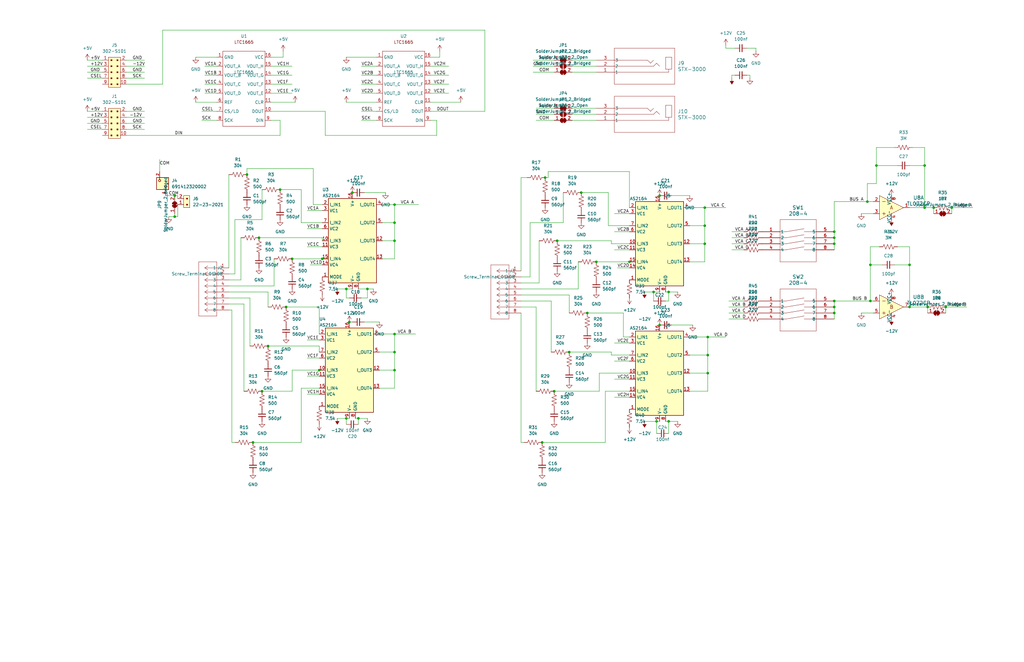
<source format=kicad_sch>
(kicad_sch (version 20230121) (generator eeschema)
  (paper "USLedger")
  (title_block (title "fluxharmonium  - ensemble") (date "2024-04-14") (rev "06") (company "foxglove instruments"))
  (junction (at 134.62 156.21))
  (junction (at 398.78 129.54))
  (junction (at 265.43 110.49))
  (junction (at 234.95 101.6))
  (junction (at 351.79 102.87))
  (junction (at 351.79 129.54))
  (junction (at 389.89 87.63))
  (junction (at 113.03 146.05))
  (junction (at 245.11 81.28))
  (junction (at 383.54 111.76))
  (junction (at 166.37 101.6))
  (junction (at 118.11 80.01))
  (junction (at 297.18 95.25))
  (junction (at 135.89 109.22))
  (junction (at 281.94 123.19))
  (junction (at 104.14 73.66))
  (junction (at 389.89 69.85))
  (junction (at 233.68 165.1))
  (junction (at 166.37 86.36))
  (junction (at 110.49 165.1))
  (junction (at 351.79 127))
  (junction (at 154.94 121.92))
  (junction (at 278.13 82.55))
  (junction (at 278.13 137.16))
  (junction (at 166.37 140.97))
  (junction (at 146.05 176.53))
  (junction (at 401.32 87.63))
  (junction (at 166.37 156.21))
  (junction (at 393.7 87.63))
  (junction (at 228.6 186.69))
  (junction (at 367.03 127))
  (junction (at 147.32 135.89))
  (junction (at 351.79 100.33))
  (junction (at 275.59 123.19))
  (junction (at 123.19 109.22))
  (junction (at 365.76 85.09))
  (junction (at 106.68 186.69))
  (junction (at 151.13 176.53))
  (junction (at 367.03 111.76))
  (junction (at 351.79 132.08))
  (junction (at 166.37 93.98))
  (junction (at 297.18 102.87))
  (junction (at 240.03 148.59))
  (junction (at 281.94 177.8))
  (junction (at 146.05 121.92))
  (junction (at 120.65 129.54))
  (junction (at 166.37 148.59))
  (junction (at 298.45 157.48))
  (junction (at 391.16 129.54))
  (junction (at 73.66 82.55))
  (junction (at 251.46 110.49))
  (junction (at 369.57 69.85))
  (junction (at 383.54 129.54))
  (junction (at 276.86 177.8))
  (junction (at 298.45 142.24))
  (junction (at 229.87 74.93))
  (junction (at 148.59 81.28))
  (junction (at 351.79 97.79))
  (junction (at 109.22 100.33))
  (junction (at 297.18 87.63))
  (junction (at 247.65 132.08))
  (junction (at 73.66 91.44))
  (junction (at 298.45 149.86))
  (wire (pts (xy 36.83 27.94) (xy 43.18 27.94)))
  (wire (pts (xy 166.37 93.98) (xy 166.37 86.36)))
  (wire (pts (xy 227.33 119.38) (xy 219.71 119.38)))
  (wire (pts (xy 298.45 142.24) (xy 306.07 142.24)))
  (wire (pts (xy 241.3 30.48) (xy 251.46 30.48)))
  (wire (pts (xy 275.59 123.19) (xy 278.13 123.19)))
  (wire (pts (xy 132.08 71.12) (xy 132.08 86.36)))
  (wire (pts (xy 184.15 50.8) (xy 181.61 50.8)))
  (wire (pts (xy 129.54 96.52) (xy 135.89 96.52)))
  (wire (pts (xy 224.79 25.4) (xy 233.68 25.4)))
  (wire (pts (xy 306.07 19.05) (xy 306.07 20.32)))
  (wire (pts (xy 53.34 57.15) (xy 118.11 57.15)))
  (wire (pts (xy 96.52 128.27) (xy 102.87 128.27)))
  (wire (pts (xy 85.09 46.99) (xy 91.44 46.99)))
  (wire (pts (xy 129.54 104.14) (xy 135.89 104.14)))
  (wire (pts (xy 307.34 134.62) (xy 313.69 134.62)))
  (wire (pts (xy 97.79 130.81) (xy 97.79 186.69)))
  (wire (pts (xy 146.05 125.73) (xy 146.05 121.92)))
  (wire (pts (xy 276.86 177.8) (xy 278.13 177.8)))
  (wire (pts (xy 219.71 124.46) (xy 240.03 124.46)))
  (wire (pts (xy 240.03 148.59) (xy 257.81 148.59)))
  (wire (pts (xy 308.61 105.41) (xy 313.69 105.41)))
  (wire (pts (xy 161.29 109.22) (xy 166.37 109.22)))
  (wire (pts (xy 53.34 54.61) (xy 60.96 54.61)))
  (wire (pts (xy 67.31 67.31) (xy 67.31 72.39)))
  (wire (pts (xy 53.34 30.48) (xy 60.96 30.48)))
  (wire (pts (xy 53.34 33.02) (xy 60.96 33.02)))
  (wire (pts (xy 96.52 73.66) (xy 96.52 113.03)))
  (wire (pts (xy 257.81 149.86) (xy 265.43 149.86)))
  (wire (pts (xy 351.79 105.41) (xy 351.79 102.87)))
  (wire (pts (xy 255.27 165.1) (xy 255.27 186.69)))
  (wire (pts (xy 151.13 179.07) (xy 151.13 176.53)))
  (wire (pts (xy 166.37 156.21) (xy 166.37 148.59)))
  (wire (pts (xy 367.03 104.14) (xy 367.03 111.76)))
  (wire (pts (xy 401.32 87.63) (xy 410.21 87.63)))
  (wire (pts (xy 53.34 35.56) (xy 68.58 35.56)))
  (wire (pts (xy 123.19 156.21) (xy 134.62 156.21)))
  (wire (pts (xy 157.48 121.92) (xy 154.94 121.92)))
  (wire (pts (xy 265.43 72.39) (xy 265.43 87.63)))
  (wire (pts (xy 219.71 114.3) (xy 219.71 74.93)))
  (wire (pts (xy 53.34 25.4) (xy 60.96 25.4)))
  (wire (pts (xy 265.43 102.87) (xy 257.81 102.87)))
  (wire (pts (xy 297.18 87.63) (xy 306.07 87.63)))
  (wire (pts (xy 351.79 127) (xy 367.03 127)))
  (wire (pts (xy 231.14 72.39) (xy 265.43 72.39)))
  (wire (pts (xy 160.02 140.97) (xy 166.37 140.97)))
  (wire (pts (xy 252.73 157.48) (xy 265.43 157.48)))
  (wire (pts (xy 82.55 43.18) (xy 91.44 43.18)))
  (wire (pts (xy 204.47 46.99) (xy 204.47 12.7)))
  (wire (pts (xy 298.45 157.48) (xy 298.45 149.86)))
  (wire (pts (xy 152.4 46.99) (xy 158.75 46.99)))
  (wire (pts (xy 308.61 100.33) (xy 313.69 100.33)))
  (wire (pts (xy 271.78 123.19) (xy 275.59 123.19)))
  (wire (pts (xy 105.41 125.73) (xy 105.41 146.05)))
  (wire (pts (xy 137.16 46.99) (xy 137.16 57.15)))
  (wire (pts (xy 233.68 165.1) (xy 252.73 165.1)))
  (wire (pts (xy 85.09 50.8) (xy 91.44 50.8)))
  (wire (pts (xy 226.06 129.54) (xy 226.06 165.1)))
  (wire (pts (xy 259.08 160.02) (xy 265.43 160.02)))
  (wire (pts (xy 152.4 31.75) (xy 158.75 31.75)))
  (wire (pts (xy 219.71 121.92) (xy 243.84 121.92)))
  (wire (pts (xy 114.3 31.75) (xy 123.19 31.75)))
  (wire (pts (xy 224.79 27.94) (xy 233.68 27.94)))
  (wire (pts (xy 114.3 39.37) (xy 123.19 39.37)))
  (wire (pts (xy 219.71 186.69) (xy 220.98 186.69)))
  (wire (pts (xy 181.61 27.94) (xy 189.23 27.94)))
  (wire (pts (xy 120.65 129.54) (xy 134.62 129.54)))
  (wire (pts (xy 134.62 129.54) (xy 134.62 140.97)))
  (wire (pts (xy 384.81 62.23) (xy 389.89 62.23)))
  (wire (pts (xy 228.6 186.69) (xy 255.27 186.69)))
  (wire (pts (xy 99.06 115.57) (xy 99.06 92.71)))
  (wire (pts (xy 114.3 24.13) (xy 119.38 24.13)))
  (wire (pts (xy 276.86 177.8) (xy 276.86 182.88)))
  (wire (pts (xy 146.05 43.18) (xy 158.75 43.18)))
  (wire (pts (xy 226.06 48.26) (xy 233.68 48.26)))
  (wire (pts (xy 109.22 100.33) (xy 135.89 100.33)))
  (wire (pts (xy 318.77 20.32) (xy 318.77 21.59)))
  (wire (pts (xy 148.59 135.89) (xy 147.32 135.89)))
  (wire (pts (xy 142.24 176.53) (xy 146.05 176.53)))
  (wire (pts (xy 283.21 137.16) (xy 292.1 137.16)))
  (wire (pts (xy 307.34 132.08) (xy 313.69 132.08)))
  (wire (pts (xy 115.57 109.22) (xy 115.57 120.65)))
  (wire (pts (xy 154.94 121.92) (xy 151.13 121.92)))
  (wire (pts (xy 351.79 85.09) (xy 365.76 85.09)))
  (wire (pts (xy 134.62 146.05) (xy 134.62 148.59)))
  (wire (pts (xy 73.66 90.17) (xy 73.66 91.44)))
  (wire (pts (xy 86.36 31.75) (xy 91.44 31.75)))
  (wire (pts (xy 265.43 165.1) (xy 255.27 165.1)))
  (wire (pts (xy 314.96 31.75) (xy 316.23 31.75)))
  (wire (pts (xy 383.54 111.76) (xy 383.54 129.54)))
  (wire (pts (xy 231.14 74.93) (xy 231.14 72.39)))
  (wire (pts (xy 245.11 81.28) (xy 256.54 81.28)))
  (wire (pts (xy 365.76 77.47) (xy 365.76 85.09)))
  (wire (pts (xy 259.08 152.4) (xy 265.43 152.4)))
  (wire (pts (xy 132.08 86.36) (xy 135.89 86.36)))
  (wire (pts (xy 226.06 45.72) (xy 233.68 45.72)))
  (wire (pts (xy 351.79 102.87) (xy 351.79 100.33)))
  (wire (pts (xy 290.83 87.63) (xy 297.18 87.63)))
  (wire (pts (xy 82.55 24.13) (xy 91.44 24.13)))
  (wire (pts (xy 151.13 176.53) (xy 154.94 176.53)))
  (wire (pts (xy 232.41 127) (xy 232.41 148.59)))
  (wire (pts (xy 74.93 86.36) (xy 74.93 91.44)))
  (wire (pts (xy 265.43 110.49) (xy 266.7 110.49)))
  (wire (pts (xy 166.37 140.97) (xy 175.26 140.97)))
  (wire (pts (xy 101.6 118.11) (xy 96.52 118.11)))
  (wire (pts (xy 363.22 90.17) (xy 368.3 90.17)))
  (wire (pts (xy 101.6 100.33) (xy 101.6 118.11)))
  (wire (pts (xy 351.79 129.54) (xy 351.79 132.08)))
  (wire (pts (xy 363.22 132.08) (xy 368.3 132.08)))
  (wire (pts (xy 118.11 57.15) (xy 118.11 50.8)))
  (wire (pts (xy 257.81 148.59) (xy 257.81 149.86)))
  (wire (pts (xy 185.42 24.13) (xy 185.42 21.59)))
  (wire (pts (xy 281.94 177.8) (xy 281.94 182.88)))
  (wire (pts (xy 307.34 129.54) (xy 313.69 129.54)))
  (wire (pts (xy 369.57 69.85) (xy 369.57 62.23)))
  (wire (pts (xy 367.03 111.76) (xy 372.11 111.76)))
  (wire (pts (xy 110.49 92.71) (xy 110.49 80.01)))
  (wire (pts (xy 36.83 30.48) (xy 43.18 30.48)))
  (wire (pts (xy 137.16 57.15) (xy 184.15 57.15)))
  (wire (pts (xy 398.78 129.54) (xy 407.67 129.54)))
  (wire (pts (xy 219.71 129.54) (xy 226.06 129.54)))
  (wire (pts (xy 146.05 176.53) (xy 147.32 176.53)))
  (wire (pts (xy 285.75 123.19) (xy 281.94 123.19)))
  (wire (pts (xy 118.11 50.8) (xy 114.3 50.8)))
  (wire (pts (xy 297.18 110.49) (xy 297.18 102.87)))
  (wire (pts (xy 153.67 81.28) (xy 162.56 81.28)))
  (wire (pts (xy 36.83 54.61) (xy 43.18 54.61)))
  (wire (pts (xy 36.83 49.53) (xy 43.18 49.53)))
  (wire (pts (xy 290.83 95.25) (xy 297.18 95.25)))
  (wire (pts (xy 181.61 31.75) (xy 189.23 31.75)))
  (wire (pts (xy 260.35 113.03) (xy 265.43 113.03)))
  (wire (pts (xy 127 80.01) (xy 118.11 80.01)))
  (wire (pts (xy 160.02 163.83) (xy 166.37 163.83)))
  (wire (pts (xy 123.19 165.1) (xy 123.19 156.21)))
  (wire (pts (xy 383.54 87.63) (xy 389.89 87.63)))
  (wire (pts (xy 106.68 186.69) (xy 127 186.69)))
  (wire (pts (xy 99.06 92.71) (xy 110.49 92.71)))
  (wire (pts (xy 351.79 127) (xy 351.79 129.54)))
  (wire (pts (xy 104.14 71.12) (xy 132.08 71.12)))
  (wire (pts (xy 86.36 35.56) (xy 91.44 35.56)))
  (wire (pts (xy 181.61 35.56) (xy 189.23 35.56)))
  (wire (pts (xy 181.61 46.99) (xy 204.47 46.99)))
  (wire (pts (xy 86.36 39.37) (xy 91.44 39.37)))
  (wire (pts (xy 316.23 31.75) (xy 316.23 33.02)))
  (wire (pts (xy 308.61 31.75) (xy 308.61 33.02)))
  (wire (pts (xy 96.52 120.65) (xy 115.57 120.65)))
  (wire (pts (xy 96.52 125.73) (xy 105.41 125.73)))
  (wire (pts (xy 251.46 110.49) (xy 265.43 110.49)))
  (wire (pts (xy 351.79 100.33) (xy 351.79 97.79)))
  (wire (pts (xy 243.84 121.92) (xy 243.84 110.49)))
  (wire (pts (xy 99.06 186.69) (xy 97.79 186.69)))
  (wire (pts (xy 234.95 101.6) (xy 257.81 101.6)))
  (wire (pts (xy 252.73 165.1) (xy 252.73 157.48)))
  (wire (pts (xy 297.18 95.25) (xy 297.18 87.63)))
  (wire (pts (xy 351.79 97.79) (xy 351.79 85.09)))
  (wire (pts (xy 219.71 74.93) (xy 222.25 74.93)))
  (wire (pts (xy 166.37 101.6) (xy 166.37 93.98)))
  (wire (pts (xy 223.52 93.98) (xy 237.49 93.98)))
  (wire (pts (xy 283.21 82.55) (xy 290.83 82.55)))
  (wire (pts (xy 114.3 35.56) (xy 123.19 35.56)))
  (wire (pts (xy 389.89 62.23) (xy 389.89 69.85)))
  (wire (pts (xy 53.34 49.53) (xy 60.96 49.53)))
  (wire (pts (xy 383.54 69.85) (xy 389.89 69.85)))
  (wire (pts (xy 166.37 163.83) (xy 166.37 156.21)))
  (wire (pts (xy 149.86 176.53) (xy 151.13 176.53)))
  (wire (pts (xy 127 93.98) (xy 127 80.01)))
  (wire (pts (xy 290.83 142.24) (xy 298.45 142.24)))
  (wire (pts (xy 219.71 132.08) (xy 219.71 186.69)))
  (wire (pts (xy 96.52 123.19) (xy 113.03 123.19)))
  (wire (pts (xy 129.54 151.13) (xy 134.62 151.13)))
  (wire (pts (xy 104.14 71.12) (xy 104.14 73.66)))
  (wire (pts (xy 161.29 93.98) (xy 166.37 93.98)))
  (wire (pts (xy 74.93 82.55) (xy 74.93 83.82)))
  (wire (pts (xy 152.4 39.37) (xy 158.75 39.37)))
  (wire (pts (xy 129.54 166.37) (xy 134.62 166.37)))
  (wire (pts (xy 36.83 46.99) (xy 43.18 46.99)))
  (wire (pts (xy 367.03 127) (xy 368.3 127)))
  (wire (pts (xy 127 163.83) (xy 127 186.69)))
  (wire (pts (xy 114.3 27.94) (xy 123.19 27.94)))
  (wire (pts (xy 351.79 132.08) (xy 351.79 134.62)))
  (wire (pts (xy 114.3 43.18) (xy 124.46 43.18)))
  (wire (pts (xy 257.81 101.6) (xy 257.81 102.87)))
  (wire (pts (xy 290.83 165.1) (xy 298.45 165.1)))
  (wire (pts (xy 367.03 111.76) (xy 367.03 127)))
  (wire (pts (xy 181.61 43.18) (xy 194.31 43.18)))
  (wire (pts (xy 308.61 97.79) (xy 313.69 97.79)))
  (wire (pts (xy 123.19 109.22) (xy 135.89 109.22)))
  (wire (pts (xy 281.94 123.19) (xy 280.67 123.19)))
  (wire (pts (xy 73.66 82.55) (xy 74.93 82.55)))
  (wire (pts (xy 204.47 12.7) (xy 68.58 12.7)))
  (wire (pts (xy 134.62 163.83) (xy 127 163.83)))
  (wire (pts (xy 223.52 116.84) (xy 223.52 93.98)))
  (wire (pts (xy 97.79 130.81) (xy 96.52 130.81)))
  (wire (pts (xy 153.67 135.89) (xy 160.02 135.89)))
  (wire (pts (xy 152.4 125.73) (xy 154.94 125.73)))
  (wire (pts (xy 102.87 128.27) (xy 102.87 165.1)))
  (wire (pts (xy 240.03 124.46) (xy 240.03 132.08)))
  (wire (pts (xy 152.4 27.94) (xy 158.75 27.94)))
  (wire (pts (xy 53.34 27.94) (xy 60.96 27.94)))
  (wire (pts (xy 259.08 144.78) (xy 265.43 144.78)))
  (wire (pts (xy 298.45 165.1) (xy 298.45 157.48)))
  (wire (pts (xy 161.29 86.36) (xy 166.37 86.36)))
  (wire (pts (xy 398.78 129.54) (xy 398.78 132.08)))
  (wire (pts (xy 237.49 93.98) (xy 237.49 81.28)))
  (wire (pts (xy 383.54 104.14) (xy 383.54 111.76)))
  (wire (pts (xy 262.89 142.24) (xy 265.43 142.24)))
  (wire (pts (xy 114.3 46.99) (xy 137.16 46.99)))
  (wire (pts (xy 308.61 102.87) (xy 313.69 102.87)))
  (wire (pts (xy 229.87 74.93) (xy 231.14 74.93)))
  (wire (pts (xy 152.4 50.8) (xy 158.75 50.8)))
  (wire (pts (xy 259.08 105.41) (xy 265.43 105.41)))
  (wire (pts (xy 129.54 88.9) (xy 135.89 88.9)))
  (wire (pts (xy 113.03 123.19) (xy 113.03 129.54)))
  (wire (pts (xy 281.94 177.8) (xy 280.67 177.8)))
  (wire (pts (xy 36.83 33.02) (xy 43.18 33.02)))
  (wire (pts (xy 134.62 156.21) (xy 135.89 156.21)))
  (wire (pts (xy 146.05 176.53) (xy 146.05 179.07)))
  (wire (pts (xy 160.02 156.21) (xy 166.37 156.21)))
  (wire (pts (xy 241.3 27.94) (xy 251.46 27.94)))
  (wire (pts (xy 259.08 167.64) (xy 265.43 167.64)))
  (wire (pts (xy 181.61 24.13) (xy 185.42 24.13)))
  (wire (pts (xy 73.66 91.44) (xy 71.12 91.44)))
  (wire (pts (xy 36.83 52.07) (xy 43.18 52.07)))
  (wire (pts (xy 53.34 52.07) (xy 60.96 52.07)))
  (wire (pts (xy 166.37 148.59) (xy 166.37 140.97)))
  (wire (pts (xy 160.02 148.59) (xy 166.37 148.59)))
  (wire (pts (xy 152.4 35.56) (xy 158.75 35.56)))
  (wire (pts (xy 383.54 129.54) (xy 391.16 129.54)))
  (wire (pts (xy 161.29 101.6) (xy 166.37 101.6)))
  (wire (pts (xy 256.54 81.28) (xy 256.54 95.25)))
  (wire (pts (xy 389.89 69.85) (xy 389.89 87.63)))
  (wire (pts (xy 290.83 157.48) (xy 298.45 157.48)))
  (wire (pts (xy 297.18 102.87) (xy 297.18 95.25)))
  (wire (pts (xy 113.03 146.05) (xy 134.62 146.05)))
  (wire (pts (xy 306.07 20.32) (xy 309.88 20.32)))
  (wire (pts (xy 53.34 46.99) (xy 60.96 46.99)))
  (wire (pts (xy 86.36 27.94) (xy 91.44 27.94)))
  (wire (pts (xy 259.08 97.79) (xy 265.43 97.79)))
  (wire (pts (xy 166.37 109.22) (xy 166.37 101.6)))
  (wire (pts (xy 285.75 177.8) (xy 281.94 177.8)))
  (wire (pts (xy 290.83 149.86) (xy 298.45 149.86)))
  (wire (pts (xy 135.89 93.98) (xy 127 93.98)))
  (wire (pts (xy 290.83 102.87) (xy 297.18 102.87)))
  (wire (pts (xy 129.54 158.75) (xy 134.62 158.75)))
  (wire (pts (xy 298.45 149.86) (xy 298.45 142.24)))
  (wire (pts (xy 135.89 100.33) (xy 135.89 101.6)))
  (wire (pts (xy 377.19 111.76) (xy 383.54 111.76)))
  (wire (pts (xy 68.58 12.7) (xy 68.58 35.56)))
  (wire (pts (xy 265.43 95.25) (xy 256.54 95.25)))
  (wire (pts (xy 224.79 30.48) (xy 233.68 30.48)))
  (wire (pts (xy 383.54 104.14) (xy 378.46 104.14)))
  (wire (pts (xy 226.06 50.8) (xy 233.68 50.8)))
  (wire (pts (xy 129.54 143.51) (xy 134.62 143.51)))
  (wire (pts (xy 393.7 87.63) (xy 393.7 90.17)))
  (wire (pts (xy 262.89 132.08) (xy 262.89 142.24)))
  (wire (pts (xy 130.81 111.76) (xy 135.89 111.76)))
  (wire (pts (xy 247.65 132.08) (xy 262.89 132.08)))
  (wire (pts (xy 290.83 110.49) (xy 297.18 110.49)))
  (wire (pts (xy 219.71 116.84) (xy 223.52 116.84)))
  (wire (pts (xy 110.49 165.1) (xy 123.19 165.1)))
  (wire (pts (xy 146.05 121.92) (xy 148.59 121.92)))
  (wire (pts (xy 74.93 91.44) (xy 73.66 91.44)))
  (wire (pts (xy 369.57 69.85) (xy 369.57 77.47)))
  (wire (pts (xy 281.94 127) (xy 281.94 123.19)))
  (wire (pts (xy 96.52 115.57) (xy 99.06 115.57)))
  (wire (pts (xy 227.33 101.6) (xy 227.33 119.38)))
  (wire (pts (xy 377.19 62.23) (xy 369.57 62.23)))
  (wire (pts (xy 119.38 24.13) (xy 119.38 21.59)))
  (wire (pts (xy 241.3 45.72) (xy 251.46 45.72)))
  (wire (pts (xy 241.3 25.4) (xy 251.46 25.4)))
  (wire (pts (xy 241.3 50.8) (xy 251.46 50.8)))
  (wire (pts (xy 147.32 125.73) (xy 146.05 125.73)))
  (wire (pts (xy 370.84 104.14) (xy 367.03 104.14)))
  (wire (pts (xy 154.94 121.92) (xy 154.94 125.73)))
  (wire (pts (xy 69.85 82.55) (xy 73.66 82.55)))
  (wire (pts (xy 166.37 86.36) (xy 176.53 86.36)))
  (wire (pts (xy 314.96 20.32) (xy 318.77 20.32)))
  (wire (pts (xy 259.08 90.17) (xy 265.43 90.17)))
  (wire (pts (xy 142.24 121.92) (xy 146.05 121.92)))
  (wire (pts (xy 36.83 25.4) (xy 43.18 25.4)))
  (wire (pts (xy 389.89 87.63) (xy 393.7 87.63)))
  (wire (pts (xy 307.34 127) (xy 313.69 127)))
  (wire (pts (xy 241.3 48.26) (xy 251.46 48.26)))
  (wire (pts (xy 391.16 129.54) (xy 391.16 132.08)))
  (wire (pts (xy 309.88 31.75) (xy 308.61 31.75)))
  (wire (pts (xy 401.32 87.63) (xy 401.32 90.17)))
  (wire (pts (xy 146.05 24.13) (xy 158.75 24.13)))
  (wire (pts (xy 369.57 77.47) (xy 365.76 77.47)))
  (wire (pts (xy 135.89 109.22) (xy 138.43 109.22)))
  (wire (pts (xy 181.61 39.37) (xy 189.23 39.37)))
  (wire (pts (xy 365.76 85.09) (xy 368.3 85.09)))
  (wire (pts (xy 271.78 177.8) (xy 276.86 177.8)))
  (wire (pts (xy 219.71 127) (xy 232.41 127)))
  (wire (pts (xy 184.15 57.15) (xy 184.15 50.8)))
  (wire (pts (xy 275.59 123.19) (xy 275.59 127)))
  (wire (pts (xy 378.46 69.85) (xy 369.57 69.85)))
  (wire (pts (xy 280.67 127) (xy 281.94 127)))
  (label "VC1C" (at 129.54 104.14 0))
  (label "GND" (at 55.88 30.48 0))
  (label "VC2F" (at 182.88 35.56 0))
  (label "COM" (at 67.31 69.85 0))
  (label "Audio A" (at 227.33 25.4 0))
  (label "CSEL" (at 85.09 46.99 0))
  (label "VC2E" (at 182.88 39.37 0))
  (label "VC2G" (at 260.35 160.02 0))
  (label "VC1H" (at 116.84 27.94 0))
  (label "GND" (at 224.79 27.94 0))
  (label "COM" (at 227.33 30.48 0))
  (label "BUS B" (at 359.41 127 0))
  (label "SCK" (at 152.4 50.8 0))
  (label "CSEL" (at 38.1 54.61 0))
  (label "VCA C" (at 309.88 102.87 0))
  (label "VC1E" (at 116.84 39.37 0))
  (label "+12V" (at 38.1 27.94 0))
  (label "-12V" (at 55.88 27.94 0))
  (label "DIN" (at 73.66 57.15 0))
  (label "VCA A" (at 309.88 97.79 0))
  (label "VC1F" (at 129.54 151.13 0))
  (label "VCA B" (at 308.61 129.54 0))
  (label "BUS A" (at 358.14 85.09 0))
  (label "+12V" (at 38.1 49.53 0))
  (label "VC2A" (at 260.35 90.17 0))
  (label "VC2A" (at 152.4 27.94 0))
  (label "VC2F" (at 260.35 152.4 0))
  (label "VC1C" (at 86.36 35.56 0))
  (label "VC1G" (at 116.84 31.75 0))
  (label "VCA A" (at 308.61 127 0))
  (label "SCK" (at 85.09 50.8 0))
  (label "VC1E" (at 129.54 143.51 0))
  (label "VCA B" (at 309.88 100.33 0))
  (label "VCA D" (at 300.99 142.24 0))
  (label "VC1D" (at 86.36 39.37 0))
  (label "VC1G" (at 129.54 158.75 0))
  (label "GND" (at 38.1 30.48 0))
  (label "GND" (at 226.06 48.26 0))
  (label "COM" (at 227.33 50.8 0))
  (label "SCK" (at 55.88 33.02 0))
  (label "VC2H" (at 260.35 167.64 0))
  (label "+5V" (at 38.1 25.4 0))
  (label "VCA B" (at 167.64 140.97 0))
  (label "VC1D" (at 130.81 111.76 0))
  (label "Audio B" (at 227.33 45.72 0))
  (label "GND" (at 55.88 25.4 0))
  (label "VC2B" (at 260.35 97.79 0))
  (label "DOUT" (at 184.15 46.99 0))
  (label "VC2C" (at 152.4 35.56 0))
  (label "VCA D" (at 308.61 134.62 0))
  (label "GND" (at 55.88 52.07 0))
  (label "+5V" (at 38.1 46.99 0))
  (label "VCA A" (at 168.91 86.36 0))
  (label "VC1B" (at 129.54 96.52 0))
  (label "VC2H" (at 182.88 27.94 0))
  (label "CSEL" (at 38.1 33.02 0))
  (label "Audio B" (at 400.05 129.54 0))
  (label "VC1H" (at 129.54 166.37 0))
  (label "-12V" (at 54.61 49.53 0))
  (label "VC2G" (at 182.88 31.75 0))
  (label "VCA D" (at 309.88 105.41 0))
  (label "VC2B" (at 152.4 31.75 0))
  (label "VC2D" (at 260.35 113.03 0))
  (label "VC2C" (at 260.35 105.41 0))
  (label "SCK" (at 55.88 54.61 0))
  (label "VC2E" (at 260.35 144.78 0))
  (label "CSEL" (at 152.4 46.99 0))
  (label "VC1A" (at 129.54 88.9 0))
  (label "VC1A" (at 86.36 27.94 0))
  (label "VC1B" (at 86.36 31.75 0))
  (label "VC1F" (at 116.84 35.56 0))
  (label "VCA C" (at 299.72 87.63 0))
  (label "GND" (at 38.1 52.07 0))
  (label "VCA C" (at 308.61 132.08 0))
  (label "COM" (at 71.12 82.55 0))
  (label "Audio A" (at 402.59 87.63 0))
  (label "VC2D" (at 152.4 39.37 0))
  (label "GND" (at 55.88 46.99 0))
  (symbol (lib_id "power:GND") (at 154.94 176.53 0) (unit 1)
    (property "Reference" "#PWR06" (effects hide))
    (property "Value" "GND" (at 154.94 181.61 0))
  )
  (symbol (lib_id "Jumper:SolderJumper_2_Open") (at 237.49 48.26 0) (unit 1)
    (property "Reference" "JP5" (at 237.49 41.91 0))
    (property "Value" "SolderJumper_2_Open" (at 237.49 44.45 0))
    (property "Footprint" "Jumper:SolderJumper-2_P1.3mm_Open_RoundedPad1.0x1.5mm" (effects hide))
  )
  (symbol (lib_id "Device:R_US") (at 317.5 105.41 90) (unit 1)
    (property "Reference" "R44" (at 317.5 99.06 90))
    (property "Value" "220" (at 317.5 101.6 90))
    (property "Footprint" "Resistor_THT:R_Axial_DIN0207_L6.3mm_D2.5mm_P2.54mm_Vertical" (effects hide))
  )
  (symbol (lib_id "dk_Rectangular-Connectors-Headers-Male-Pins:302-S101") (at 48.26 30.48 0) (unit 1)
    (property "Reference" "J5" (at 48.26 19.05 0))
    (property "Value" "302-S101" (at 48.26 21.59 0))
    (property "Footprint" "Connector_IDC:IDC-Header_2x05_P2.54mm_Latch_Vertical" (effects hide))
    (property "Datasheet" "http://www.on-shore.com/wp-content/uploads/2018/04/302-SXX1.pdf" (effects hide))
    (property "Digi-Key_PN" "ED1543-ND" (effects hide))
    (property "MPN" "302-S101" (effects hide))
    (property "Category" "Connectors, Interconnects" (effects hide))
    (property "Family" "Rectangular Connectors - Headers, Male Pins" (effects hide))
    (property "DK_Datasheet_Link" "http://www.on-shore.com/wp-content/uploads/2018/04/302-SXX1.pdf" (effects hide))
    (property "DK_Detail_Page" "/product-detail/en/on-shore-technology-inc/302-S101/ED1543-ND/2178422" (effects hide))
    (property "Description" "CONN HEADER VERT 10POS 2.54MM" (effects hide))
    (property "Manufacturer" "On Shore Technology Inc." (effects hide))
    (property "Status" "Active" (effects hide))
  )
  (symbol (lib_id "Device:C_Small") (at 251.46 120.65 180) (unit 1)
    (property "Reference" "C12" (at 254 119.3736 0) (effects (justify right)))
    (property "Value" "560pf" (at 254 121.9136 0) (effects (justify right)))
    (property "Footprint" "Capacitor_THT:C_Disc_D3.0mm_W2.0mm_P2.50mm" (effects hide))
  )
  (symbol (lib_id "power:+5V") (at 124.46 43.18 0) (unit 1)
    (property "Reference" "#PWR026" (effects hide))
    (property "Value" "+5V" (at 124.46 38.1 0))
  )
  (symbol (lib_id "Device:R_US") (at 113.03 149.86 180) (unit 1)
    (property "Reference" "R12" (at 115.57 148.59 0) (effects (justify right)))
    (property "Value" "500" (at 115.57 151.13 0) (effects (justify right)))
    (property "Footprint" "Resistor_THT:R_Axial_DIN0207_L6.3mm_D2.5mm_P2.54mm_Vertical" (effects hide))
  )
  (symbol (lib_id "Device:R_US") (at 104.14 77.47 180) (unit 1)
    (property "Reference" "R2" (at 106.68 76.2 0) (effects (justify right)))
    (property "Value" "500" (at 106.68 78.74 0) (effects (justify right)))
    (property "Footprint" "Resistor_THT:R_Axial_DIN0207_L6.3mm_D2.5mm_P2.54mm_Vertical" (effects hide))
  )
  (symbol (lib_id "Device:R_US") (at 245.11 85.09 180) (unit 1)
    (property "Reference" "R20" (at 247.65 83.82 0) (effects (justify right)))
    (property "Value" "500" (at 247.65 86.36 0) (effects (justify right)))
    (property "Footprint" "Resistor_THT:R_Axial_DIN0207_L6.3mm_D2.5mm_P2.54mm_Vertical" (effects hide))
  )
  (symbol (lib_id "Device:C_Small") (at 278.13 127 90) (unit 1)
    (property "Reference" "C22" (at 278.13 124.46 90))
    (property "Value" "100nf" (at 278.13 129.54 90))
    (property "Footprint" "Capacitor_THT:C_Disc_D3.8mm_W2.6mm_P2.50mm" (effects hide))
  )
  (symbol (lib_id "Device:C_Small") (at 234.95 111.76 180) (unit 1)
    (property "Reference" "C11" (at 237.49 110.4836 0) (effects (justify right)))
    (property "Value" "560pf" (at 237.49 113.0236 0) (effects (justify right)))
    (property "Footprint" "Capacitor_THT:C_Disc_D3.0mm_W2.0mm_P2.50mm" (effects hide))
  )
  (symbol (lib_id "Device:R_US") (at 394.97 129.54 90) (unit 1)
    (property "Reference" "R36" (at 394.97 123.19 90))
    (property "Value" "10k" (at 394.97 125.73 90))
    (property "Footprint" "Resistor_THT:R_Axial_DIN0207_L6.3mm_D2.5mm_P2.54mm_Vertical" (effects hide))
  )
  (symbol (lib_id "Device:R_US") (at 241.3 81.28 90) (unit 1)
    (property "Reference" "R19" (at 241.3 74.93 90))
    (property "Value" "30k" (at 241.3 77.47 90))
    (property "Footprint" "Resistor_THT:R_Axial_DIN0207_L6.3mm_D2.5mm_P2.54mm_Vertical" (effects hide))
  )
  (symbol (lib_id "dk_Linear-Amplifiers-Instrumentation-OP-Amps-Buffer-Amps:TL072CP") (at 375.92 129.54 0) (unit 2)
    (property "Reference" "U8" (at 387.35 125.3491 0) (effects (font (size 1.524 1.524))))
    (property "Value" "TL072CP" (at 387.35 127.8891 0) (effects (font (size 1.524 1.524))))
    (property "Footprint" "digikey-footprints:DIP-8_W7.62mm" (effects hide))
    (property "Datasheet" "http://www.ti.com/general/docs/suppproductinfo.tsp?distId=10&gotoUrl=http%3A%2F%2Fwww.ti.com%2Flit%2Fgpn%2Ftl071a" (effects hide))
    (property "Digi-Key_PN" "296-1775-5-ND" (effects hide))
    (property "MPN" "TL072CP" (effects hide))
    (property "Category" "Integrated Circuits (ICs)" (effects hide))
    (property "Family" "Linear - Amplifiers - Instrumentation, OP Amps, Buffer Amps" (effects hide))
    (property "DK_Datasheet_Link" "http://www.ti.com/general/docs/suppproductinfo.tsp?distId=10&gotoUrl=http%3A%2F%2Fwww.ti.com%2Flit%2Fgpn%2Ftl071a" (effects hide))
    (property "DK_Detail_Page" "/product-detail/en/texas-instruments/TL072CP/296-1775-5-ND/277421" (effects hide))
    (property "Description" "IC OPAMP JFET 2 CIRCUIT 8DIP" (effects hide))
    (property "Manufacturer" "Texas Instruments" (effects hide))
    (property "Status" "Active" (effects hide))
  )
  (symbol (lib_id "power:+5V") (at 119.38 21.59 0) (unit 1)
    (property "Reference" "#PWR021" (effects hide))
    (property "Value" "+5V" (at 119.38 16.51 0))
  )
  (symbol (lib_id "Device:C_Small") (at 149.86 125.73 90) (unit 1)
    (property "Reference" "C18" (at 149.86 123.19 90))
    (property "Value" "100nf" (at 149.86 128.27 90))
    (property "Footprint" "Capacitor_THT:C_Disc_D3.8mm_W2.6mm_P2.50mm" (effects hide))
  )
  (symbol (lib_id "Jumper:SolderJumper_2_Open") (at 237.49 27.94 0) (unit 1)
    (property "Reference" "JP2" (at 237.49 21.59 0))
    (property "Value" "SolderJumper_2_Open" (at 237.49 24.13 0))
    (property "Footprint" "Jumper:SolderJumper-2_P1.3mm_Open_RoundedPad1.0x1.5mm" (effects hide))
  )
  (symbol (lib_id "Device:C_Small") (at 151.13 135.89 90) (unit 1)
    (property "Reference" "C19" (at 151.1363 129.54 90))
    (property "Value" "100nf" (at 151.1363 132.08 90))
    (property "Footprint" "Capacitor_THT:C_Disc_D3.8mm_W2.6mm_P2.50mm" (effects hide))
  )
  (symbol (lib_id "Device:C_Small") (at 312.42 31.75 90) (unit 1)
    (property "Reference" "C26" (at 312.4263 25.4 90))
    (property "Value" "100nf" (at 312.4263 27.94 90))
    (property "Footprint" "Capacitor_THT:C_Disc_D3.8mm_W2.6mm_P2.50mm" (effects hide))
  )
  (symbol (lib_id "power:+12V") (at 278.13 82.55 0) (unit 1)
    (property "Reference" "#PWR012" (effects hide))
    (property "Value" "+12V" (at 278.13 77.47 0))
  )
  (symbol (lib_id "Device:R_US") (at 374.65 104.14 90) (unit 1)
    (property "Reference" "R34" (at 374.65 97.79 90))
    (property "Value" "3M" (at 374.65 100.33 90))
    (property "Footprint" "Resistor_THT:R_Axial_DIN0207_L6.3mm_D2.5mm_P2.54mm_Vertical" (effects hide))
  )
  (symbol (lib_id "dk_Rectangular-Connectors-Headers-Male-Pins:22-23-2021") (at 77.47 86.36 90) (unit 1)
    (property "Reference" "J6" (at 81.28 83.82 90) (effects (justify right)))
    (property "Value" "22-23-2021" (at 81.28 86.36 90) (effects (justify right)))
    (property "Footprint" "digikey-footprints:PinHeader_1x2_P2.54mm_Drill1.02mm" (effects hide))
    (property "Datasheet" "https://media.digikey.com/pdf/Data%20Sheets/Molex%20PDFs/A-6373-N_Series_Dwg_2010-12-03.pdf" (effects hide))
    (property "Digi-Key_PN" "WM4200-ND" (effects hide))
    (property "MPN" "22-23-2021" (effects hide))
    (property "Category" "Connectors, Interconnects" (effects hide))
    (property "Family" "Rectangular Connectors - Headers, Male Pins" (effects hide))
    (property "DK_Datasheet_Link" "https://media.digikey.com/pdf/Data%20Sheets/Molex%20PDFs/A-6373-N_Series_Dwg_2010-12-03.pdf" (effects hide))
    (property "DK_Detail_Page" "/product-detail/en/molex/22-23-2021/WM4200-ND/26667" (effects hide))
    (property "Description" "CONN HEADER VERT 2POS 2.54MM" (effects hide))
    (property "Manufacturer" "Molex" (effects hide))
    (property "Status" "Active" (effects hide))
  )
  (symbol (lib_id "creativecontrol:AS2164") (at 138.43 137.16 0) (unit 1)
    (property "Reference" "U4" (at 134.62 134.62 0) (effects (justify left)))
    (property "Value" "AS2164" (at 138.43 137.16 0))
    (property "Footprint" "Package_DIP:DIP-16_W7.62mm_LongPads" (effects hide))
    (property "Datasheet" "https://www.alfarzpp.lv/eng/sc/AS2164.pdf" (effects hide))
  )
  (symbol (lib_id "power:GND") (at 292.1 137.16 0) (unit 1)
    (property "Reference" "#PWR048" (effects hide))
    (property "Value" "GND" (at 292.1 142.24 0))
  )
  (symbol (lib_id "Device:R_US") (at 119.38 109.22 90) (unit 1)
    (property "Reference" "R7" (at 119.38 102.87 90))
    (property "Value" "30k" (at 119.38 105.41 90))
    (property "Footprint" "Resistor_THT:R_Axial_DIN0207_L6.3mm_D2.5mm_P2.54mm_Vertical" (effects hide))
  )
  (symbol (lib_id "Device:R_US") (at 109.22 104.14 180) (unit 1)
    (property "Reference" "R6" (at 111.76 102.87 0) (effects (justify right)))
    (property "Value" "500" (at 111.76 105.41 0) (effects (justify right)))
    (property "Footprint" "Resistor_THT:R_Axial_DIN0207_L6.3mm_D2.5mm_P2.54mm_Vertical" (effects hide))
  )
  (symbol (lib_id "Device:R_US") (at 229.87 165.1 90) (unit 1)
    (property "Reference" "R29" (at 229.87 158.75 90))
    (property "Value" "30k" (at 229.87 161.29 90))
    (property "Footprint" "Resistor_THT:R_Axial_DIN0207_L6.3mm_D2.5mm_P2.54mm_Vertical" (effects hide))
  )
  (symbol (lib_id "Device:C_Small") (at 123.19 119.38 180) (unit 1)
    (property "Reference" "C4" (at 125.73 118.1036 0) (effects (justify right)))
    (property "Value" "560pf" (at 125.73 120.6436 0) (effects (justify right)))
    (property "Footprint" "Capacitor_THT:C_Disc_D3.0mm_W2.0mm_P2.50mm" (effects hide))
  )
  (symbol (lib_id "Device:C_Small") (at 151.13 81.28 90) (unit 1)
    (property "Reference" "C17" (at 151.1363 74.93 90))
    (property "Value" "100nf" (at 151.1363 77.47 90))
    (property "Footprint" "Capacitor_THT:C_Disc_D3.8mm_W2.6mm_P2.50mm" (effects hide))
  )
  (symbol (lib_id "power:GND") (at 157.48 121.92 0) (unit 1)
    (property "Reference" "#PWR05" (effects hide))
    (property "Value" "GND" (at 157.48 127 0))
  )
  (symbol (lib_id "power:GND") (at 240.03 161.29 0) (unit 1)
    (property "Reference" "#PWR045" (effects hide))
    (property "Value" "GND" (at 240.03 166.37 0))
  )
  (symbol (lib_id "Device:R_US") (at 381 62.23 90) (unit 1)
    (property "Reference" "R33" (at 381 55.88 90))
    (property "Value" "3M" (at 381 58.42 90))
    (property "Footprint" "Resistor_THT:R_Axial_DIN0207_L6.3mm_D2.5mm_P2.54mm_Vertical" (effects hide))
  )
  (symbol (lib_id "power:GND") (at 234.95 114.3 0) (unit 1)
    (property "Reference" "#PWR042" (effects hide))
    (property "Value" "GND" (at 234.95 119.38 0))
  )
  (symbol (lib_id "Jumper:SolderJumper_2_Bridged") (at 394.97 132.08 0) (unit 1)
    (property "Reference" "JP8" (at 394.97 125.73 0))
    (property "Value" "SolderJumper_2_Bridged" (at 394.97 128.27 0))
    (property "Footprint" "Jumper:SolderJumper-2_P1.3mm_Bridged_RoundedPad1.0x1.5mm" (effects hide))
  )
  (symbol (lib_id "power:+5V") (at 185.42 21.59 0) (unit 1)
    (property "Reference" "#PWR022" (effects hide))
    (property "Value" "+5V" (at 185.42 16.51 0))
  )
  (symbol (lib_id "power:+12V") (at 148.59 81.28 0) (unit 1)
    (property "Reference" "#PWR011" (effects hide))
    (property "Value" "+12V" (at 148.59 76.2 0))
  )
  (symbol (lib_id "power:GND") (at 106.68 199.39 0) (unit 1)
    (property "Reference" "#PWR039" (effects hide))
    (property "Value" "GND" (at 106.68 204.47 0))
  )
  (symbol (lib_id "Device:C_Small") (at 247.65 142.24 180) (unit 1)
    (property "Reference" "C13" (at 250.19 140.9636 0) (effects (justify right)))
    (property "Value" "560pf" (at 250.19 143.5036 0) (effects (justify right)))
    (property "Footprint" "Capacitor_THT:C_Disc_D3.0mm_W2.0mm_P2.50mm" (effects hide))
  )
  (symbol (lib_id "CTS_DIP_SPST_208_4:208-4") (at 321.31 127 0) (unit 1)
    (property "Reference" "SW2" (at 336.55 116.84 0) (effects (font (size 1.524 1.524))))
    (property "Value" "208-4" (at 336.55 119.38 0) (effects (font (size 1.524 1.524))))
    (property "Footprint" "CTS:DIP8_208-4_CTS" (effects hide))
    (property "Datasheet" "208-4" (effects hide))
  )
  (symbol (lib_id "power:GND") (at 160.02 135.89 0) (unit 1)
    (property "Reference" "#PWR049" (effects hide))
    (property "Value" "GND" (at 160.02 140.97 0))
  )
  (symbol (lib_id "creativecontrol:AS2164") (at 269.24 138.43 0) (unit 1)
    (property "Reference" "U6" (at 280.0859 137.16 0) (effects (justify left)))
    (property "Value" "AS2164" (at 269.24 138.43 0))
    (property "Footprint" "Package_DIP:DIP-16_W7.62mm_LongPads" (effects hide))
    (property "Datasheet" "https://www.alfarzpp.lv/eng/sc/AS2164.pdf" (effects hide))
  )
  (symbol (lib_id "Device:R_US") (at 243.84 132.08 90) (unit 1)
    (property "Reference" "R25" (at 243.84 125.73 90))
    (property "Value" "30k" (at 243.84 128.27 90))
    (property "Footprint" "Resistor_THT:R_Axial_DIN0207_L6.3mm_D2.5mm_P2.54mm_Vertical" (effects hide))
  )
  (symbol (lib_id "power:GND") (at 109.22 113.03 0) (unit 1)
    (property "Reference" "#PWR034" (effects hide))
    (property "Value" "GND" (at 109.22 118.11 0))
  )
  (symbol (lib_id "Device:R_US") (at 110.49 168.91 180) (unit 1)
    (property "Reference" "R14" (at 113.03 167.64 0) (effects (justify right)))
    (property "Value" "500" (at 113.03 170.18 0) (effects (justify right)))
    (property "Footprint" "Resistor_THT:R_Axial_DIN0207_L6.3mm_D2.5mm_P2.54mm_Vertical" (effects hide))
  )
  (symbol (lib_id "Device:R_US") (at 317.5 134.62 90) (unit 1)
    (property "Reference" "R48" (at 317.5 128.27 90))
    (property "Value" "220" (at 317.5 130.81 90))
    (property "Footprint" "Resistor_THT:R_Axial_DIN0207_L6.3mm_D2.5mm_P2.54mm_Vertical" (effects hide))
  )
  (symbol (lib_id "Device:C_Small") (at 109.22 110.49 180) (unit 1)
    (property "Reference" "C3" (at 111.76 109.2136 0) (effects (justify right)))
    (property "Value" "560pf" (at 111.76 111.7536 0) (effects (justify right)))
    (property "Footprint" "Capacitor_THT:C_Disc_D3.0mm_W2.0mm_P2.50mm" (effects hide))
  )
  (symbol (lib_id "Device:C_Small") (at 118.11 90.17 180) (unit 1)
    (property "Reference" "C2" (at 120.65 88.8936 0) (effects (justify right)))
    (property "Value" "560pf" (at 120.65 91.4336 0) (effects (justify right)))
    (property "Footprint" "Capacitor_THT:C_Disc_D3.0mm_W2.0mm_P2.50mm" (effects hide))
  )
  (symbol (lib_id "power:-12V") (at 375.92 134.62 180) (unit 1)
    (property "Reference" "#PWR056" (effects hide))
    (property "Value" "-12V" (at 375.92 139.7 0))
  )
  (symbol (lib_id "Device:R_US") (at 106.68 190.5 180) (unit 1)
    (property "Reference" "R16" (at 109.22 189.23 0) (effects (justify right)))
    (property "Value" "500" (at 109.22 191.77 0) (effects (justify right)))
    (property "Footprint" "Resistor_THT:R_Axial_DIN0207_L6.3mm_D2.5mm_P2.54mm_Vertical" (effects hide))
  )
  (symbol (lib_id "Device:R_US") (at 317.5 127 90) (unit 1)
    (property "Reference" "R45" (at 317.5 120.65 90))
    (property "Value" "220" (at 317.5 123.19 90))
    (property "Footprint" "Resistor_THT:R_Axial_DIN0207_L6.3mm_D2.5mm_P2.54mm_Vertical" (effects hide))
  )
  (symbol (lib_id "power:+12V") (at 375.92 82.55 0) (unit 1)
    (property "Reference" "#PWR053" (effects hide))
    (property "Value" "+12V" (at 375.92 77.47 0))
  )
  (symbol (lib_id "power:+12V") (at 265.43 125.73 180) (unit 1)
    (property "Reference" "#PWR050" (effects hide))
    (property "Value" "+12V" (at 265.43 130.81 0))
  )
  (symbol (lib_id "dk_Rectangular-Connectors-Headers-Male-Pins:302-S101") (at 48.26 52.07 0) (unit 1)
    (property "Reference" "J1" (at 48.26 40.64 0))
    (property "Value" "302-S101" (at 48.26 43.18 0))
    (property "Footprint" "Connector_IDC:IDC-Header_2x05_P2.54mm_Latch_Vertical" (effects hide))
    (property "Datasheet" "http://www.on-shore.com/wp-content/uploads/2018/04/302-SXX1.pdf" (effects hide))
    (property "Digi-Key_PN" "ED1543-ND" (effects hide))
    (property "MPN" "302-S101" (effects hide))
    (property "Category" "Connectors, Interconnects" (effects hide))
    (property "Family" "Rectangular Connectors - Headers, Male Pins" (effects hide))
    (property "DK_Datasheet_Link" "http://www.on-shore.com/wp-content/uploads/2018/04/302-SXX1.pdf" (effects hide))
    (property "DK_Detail_Page" "/product-detail/en/on-shore-technology-inc/302-S101/ED1543-ND/2178422" (effects hide))
    (property "Description" "CONN HEADER VERT 10POS 2.54MM" (effects hide))
    (property "Manufacturer" "On Shore Technology Inc." (effects hide))
    (property "Status" "Active" (effects hide))
  )
  (symbol (lib_id "dk_Linear-Amplifiers-Instrumentation-OP-Amps-Buffer-Amps:TL072CP") (at 375.92 87.63 0) (unit 1)
    (property "Reference" "U8" (at 387.35 83.4391 0) (effects (font (size 1.524 1.524))))
    (property "Value" "TL072CP" (at 387.35 85.9791 0) (effects (font (size 1.524 1.524))))
    (property "Footprint" "digikey-footprints:DIP-8_W7.62mm" (effects hide))
    (property "Datasheet" "http://www.ti.com/general/docs/suppproductinfo.tsp?distId=10&gotoUrl=http%3A%2F%2Fwww.ti.com%2Flit%2Fgpn%2Ftl071a" (effects hide))
    (property "Digi-Key_PN" "296-1775-5-ND" (effects hide))
    (property "MPN" "TL072CP" (effects hide))
    (property "Category" "Integrated Circuits (ICs)" (effects hide))
    (property "Family" "Linear - Amplifiers - Instrumentation, OP Amps, Buffer Amps" (effects hide))
    (property "DK_Datasheet_Link" "http://www.ti.com/general/docs/suppproductinfo.tsp?distId=10&gotoUrl=http%3A%2F%2Fwww.ti.com%2Flit%2Fgpn%2Ftl071a" (effects hide))
    (property "DK_Detail_Page" "/product-detail/en/texas-instruments/TL072CP/296-1775-5-ND/277421" (effects hide))
    (property "Description" "IC OPAMP JFET 2 CIRCUIT 8DIP" (effects hide))
    (property "Manufacturer" "Texas Instruments" (effects hide))
    (property "Status" "Active" (effects hide))
  )
  (symbol (lib_id "Device:R_US") (at 265.43 176.53 180) (unit 1)
    (property "Reference" "R40" (at 267.97 175.26 0) (effects (justify right)))
    (property "Value" "7.5k" (at 267.97 177.8 0) (effects (justify right)))
    (property "Footprint" "Resistor_THT:R_Axial_DIN0207_L6.3mm_D2.5mm_P2.54mm_Vertical" (effects hide))
  )
  (symbol (lib_id "Device:C_Small") (at 381 69.85 90) (unit 1)
    (property "Reference" "C27" (at 381 66.04 90))
    (property "Value" "100pf" (at 381 73.66 90))
    (property "Footprint" "Capacitor_THT:C_Disc_D3.8mm_W2.6mm_P2.50mm" (effects hide))
  )
  (symbol (lib_id "Device:R_US") (at 102.87 186.69 90) (unit 1)
    (property "Reference" "R15" (at 102.87 180.34 90))
    (property "Value" "30k" (at 102.87 182.88 90))
    (property "Footprint" "Resistor_THT:R_Axial_DIN0207_L6.3mm_D2.5mm_P2.54mm_Vertical" (effects hide))
  )
  (symbol (lib_id "Device:R_US") (at 234.95 105.41 180) (unit 1)
    (property "Reference" "R22" (at 237.49 104.14 0) (effects (justify right)))
    (property "Value" "500" (at 237.49 106.68 0) (effects (justify right)))
    (property "Footprint" "Resistor_THT:R_Axial_DIN0207_L6.3mm_D2.5mm_P2.54mm_Vertical" (effects hide))
  )
  (symbol (lib_id "power:+5V") (at 194.31 43.18 0) (unit 1)
    (property "Reference" "#PWR025" (effects hide))
    (property "Value" "+5V" (at 194.31 38.1 0))
  )
  (symbol (lib_id "Device:R_US") (at 265.43 121.92 180) (unit 1)
    (property "Reference" "R39" (at 267.97 120.65 0) (effects (justify right)))
    (property "Value" "7.5k" (at 267.97 123.19 0) (effects (justify right)))
    (property "Footprint" "Resistor_THT:R_Axial_DIN0207_L6.3mm_D2.5mm_P2.54mm_Vertical" (effects hide))
  )
  (symbol (lib_id "Device:R_US") (at 114.3 80.01 90) (unit 1)
    (property "Reference" "R3" (at 114.3 73.66 90))
    (property "Value" "30k" (at 114.3 76.2 90))
    (property "Footprint" "Resistor_THT:R_Axial_DIN0207_L6.3mm_D2.5mm_P2.54mm_Vertical" (effects hide))
  )
  (symbol (lib_id "Device:R_US") (at 105.41 100.33 90) (unit 1)
    (property "Reference" "R5" (at 105.41 93.98 90))
    (property "Value" "30k" (at 105.41 96.52 90))
    (property "Footprint" "Resistor_THT:R_Axial_DIN0207_L6.3mm_D2.5mm_P2.54mm_Vertical" (effects hide))
  )
  (symbol (lib_id "Device:C_Small") (at 120.65 139.7 180) (unit 1)
    (property "Reference" "C5" (at 123.19 138.4236 0) (effects (justify right)))
    (property "Value" "560pf" (at 123.19 140.9636 0) (effects (justify right)))
    (property "Footprint" "Capacitor_THT:C_Disc_D3.0mm_W2.0mm_P2.50mm" (effects hide))
  )
  (symbol (lib_id "power:GND") (at 229.87 87.63 0) (unit 1)
    (property "Reference" "#PWR040" (effects hide))
    (property "Value" "GND" (at 229.87 92.71 0))
  )
  (symbol (lib_id "Device:R_US") (at 240.03 152.4 180) (unit 1)
    (property "Reference" "R28" (at 242.57 151.13 0) (effects (justify right)))
    (property "Value" "500" (at 242.57 153.67 0) (effects (justify right)))
    (property "Footprint" "Resistor_THT:R_Axial_DIN0207_L6.3mm_D2.5mm_P2.54mm_Vertical" (effects hide))
  )
  (symbol (lib_id "Device:R_US") (at 109.22 146.05 90) (unit 1)
    (property "Reference" "R11" (at 109.22 139.7 90))
    (property "Value" "30k" (at 109.22 142.24 90))
    (property "Footprint" "Resistor_THT:R_Axial_DIN0207_L6.3mm_D2.5mm_P2.54mm_Vertical" (effects hide))
  )
  (symbol (lib_id "Device:C_Small") (at 374.65 111.76 90) (unit 1)
    (property "Reference" "C28" (at 374.65 107.95 90))
    (property "Value" "100pf" (at 374.65 115.57 90))
    (property "Footprint" "Capacitor_THT:C_Disc_D3.8mm_W2.6mm_P2.50mm" (effects hide))
  )
  (symbol (lib_id "Jumper:SolderJumper_2_Bridged") (at 237.49 45.72 0) (unit 1)
    (property "Reference" "JP4" (at 237.49 39.37 0))
    (property "Value" "SolderJumper_2_Bridged" (at 237.49 41.91 0))
    (property "Footprint" "Jumper:SolderJumper-2_P1.3mm_Bridged_RoundedPad1.0x1.5mm" (effects hide))
  )
  (symbol (lib_id "Device:C_Small") (at 106.68 196.85 180) (unit 1)
    (property "Reference" "C8" (at 109.22 195.5736 0) (effects (justify right)))
    (property "Value" "560pf" (at 109.22 198.1136 0) (effects (justify right)))
    (property "Footprint" "Capacitor_THT:C_Disc_D3.0mm_W2.0mm_P2.50mm" (effects hide))
  )
  (symbol (lib_id "power:+5V") (at 146.05 43.18 0) (unit 1)
    (property "Reference" "#PWR024" (effects hide))
    (property "Value" "+5V" (at 146.05 38.1 0))
  )
  (symbol (lib_id "power:-12V") (at 375.92 92.71 180) (unit 1)
    (property "Reference" "#PWR054" (effects hide))
    (property "Value" "-12V" (at 375.92 97.79 0))
  )
  (symbol (lib_id "2024-03-14_01-15-14:1755794") (at 96.52 113.03 0) (mirror y) (unit 1)
    (property "Reference" "J2" (at 93.98 113.03 0) (effects (justify left)))
    (property "Value" "Screw_Terminal_01x08" (at 93.98 115.57 0) (effects (justify left)))
    (property "Footprint" "phoenix:CONN_1755794_PXC" (effects hide))
    (property "Datasheet" "1755794" (effects hide))
  )
  (symbol (lib_id "Device:R_US") (at 106.68 165.1 90) (unit 1)
    (property "Reference" "R13" (at 106.68 158.75 90))
    (property "Value" "30k" (at 106.68 161.29 90))
    (property "Footprint" "Resistor_THT:R_Axial_DIN0207_L6.3mm_D2.5mm_P2.54mm_Vertical" (effects hide))
  )
  (symbol (lib_id "power:+12V") (at 375.92 124.46 0) (unit 1)
    (property "Reference" "#PWR055" (effects hide))
    (property "Value" "+12V" (at 375.92 119.38 0))
  )
  (symbol (lib_id "Device:R_US") (at 116.84 129.54 90) (unit 1)
    (property "Reference" "R9" (at 116.84 123.19 90))
    (property "Value" "30k" (at 116.84 125.73 90))
    (property "Footprint" "Resistor_THT:R_Axial_DIN0207_L6.3mm_D2.5mm_P2.54mm_Vertical" (effects hide))
  )
  (symbol (lib_id "Device:C_Small") (at 110.49 175.26 180) (unit 1)
    (property "Reference" "C7" (at 113.03 173.9836 0) (effects (justify right)))
    (property "Value" "560pf" (at 113.03 176.5236 0) (effects (justify right)))
    (property "Footprint" "Capacitor_THT:C_Disc_D3.0mm_W2.0mm_P2.50mm" (effects hide))
  )
  (symbol (lib_id "power:+12V") (at 306.07 19.05 0) (unit 1)
    (property "Reference" "#PWR028" (effects hide))
    (property "Value" "+12V" (at 306.07 13.97 0))
  )
  (symbol (lib_id "power:GND") (at 118.11 92.71 0) (unit 1)
    (property "Reference" "#PWR020" (effects hide))
    (property "Value" "GND" (at 118.11 97.79 0))
  )
  (symbol (lib_id "Device:R_US") (at 224.79 186.69 90) (unit 1)
    (property "Reference" "R31" (at 224.79 180.34 90))
    (property "Value" "30k" (at 224.79 182.88 90))
    (property "Footprint" "Resistor_THT:R_Axial_DIN0207_L6.3mm_D2.5mm_P2.54mm_Vertical" (effects hide))
  )
  (symbol (lib_id "Device:C_Small") (at 148.59 179.07 90) (unit 1)
    (property "Reference" "C20" (at 148.59 184.15 90))
    (property "Value" "100nf" (at 148.59 181.61 90))
    (property "Footprint" "Capacitor_THT:C_Disc_D3.8mm_W2.6mm_P2.50mm" (effects hide))
  )
  (symbol (lib_id "power:+12V") (at 135.89 124.46 180) (unit 1)
    (property "Reference" "#PWR015" (effects hide))
    (property "Value" "+12V" (at 135.89 129.54 0))
  )
  (symbol (lib_id "Device:C_Small") (at 280.67 137.16 90) (unit 1)
    (property "Reference" "C23" (at 280.6763 130.81 90))
    (property "Value" "100nf" (at 280.6763 133.35 90))
    (property "Footprint" "Capacitor_THT:C_Disc_D3.8mm_W2.6mm_P2.50mm" (effects hide))
  )
  (symbol (lib_id "power:GND") (at 146.05 24.13 0) (unit 1)
    (property "Reference" "#PWR09" (effects hide))
    (property "Value" "GND" (at 146.05 29.21 0))
  )
  (symbol (lib_id "CTS_DIP_SPST_208_4:208-4") (at 321.31 97.79 0) (unit 1)
    (property "Reference" "SW1" (at 336.55 87.63 0) (effects (font (size 1.524 1.524))))
    (property "Value" "208-4" (at 336.55 90.17 0) (effects (font (size 1.524 1.524))))
    (property "Footprint" "CTS:DIP8_208-4_CTS" (effects hide))
    (property "Datasheet" "208-4" (effects hide))
  )
  (symbol (lib_id "power:GND") (at 162.56 81.28 0) (unit 1)
    (property "Reference" "#PWR033" (effects hide))
    (property "Value" "GND" (at 162.56 86.36 0))
  )
  (symbol (lib_id "Jumper:SolderJumper_2_Bridged") (at 237.49 50.8 0) (unit 1)
    (property "Reference" "JP6" (at 237.49 44.45 0))
    (property "Value" "SolderJumper_2_Bridged" (at 237.49 46.99 0))
    (property "Footprint" "Jumper:SolderJumper-2_P1.3mm_Bridged_RoundedPad1.0x1.5mm" (effects hide))
  )
  (symbol (lib_id "power:GND") (at 285.75 177.8 0) (unit 1)
    (property "Reference" "#PWR07" (effects hide))
    (property "Value" "GND" (at 285.75 182.88 0))
  )
  (symbol (lib_id "Device:C_Small") (at 233.68 175.26 180) (unit 1)
    (property "Reference" "C15" (at 236.22 173.9836 0) (effects (justify right)))
    (property "Value" "560pf" (at 236.22 176.5236 0) (effects (justify right)))
    (property "Footprint" "Capacitor_THT:C_Disc_D3.0mm_W2.0mm_P2.50mm" (effects hide))
  )
  (symbol (lib_id "power:+5V") (at 82.55 43.18 0) (unit 1)
    (property "Reference" "#PWR027" (effects hide))
    (property "Value" "+5V" (at 82.55 38.1 0))
  )
  (symbol (lib_id "power:GND") (at 120.65 142.24 0) (unit 1)
    (property "Reference" "#PWR036" (effects hide))
    (property "Value" "GND" (at 120.65 147.32 0))
  )
  (symbol (lib_id "power:+12V") (at 278.13 137.16 0) (unit 1)
    (property "Reference" "#PWR013" (effects hide))
    (property "Value" "+12V" (at 278.13 132.08 0))
  )
  (symbol (lib_id "creativecontrol:DAC_ltc1665") (at 157.48 2.54 0) (unit 1)
    (property "Reference" "U2" (at 170.18 15.24 0))
    (property "Value" "LTC1665" (at 170.18 30.48 0))
    (property "Footprint" "Package_DIP:DIP-16_W7.62mm_LongPads" (effects hide))
  )
  (symbol (lib_id "power:GND") (at 245.11 93.98 0) (unit 1)
    (property "Reference" "#PWR041" (effects hide))
    (property "Value" "GND" (at 245.11 99.06 0))
  )
  (symbol (lib_id "Device:C_Small") (at 245.11 91.44 180) (unit 1)
    (property "Reference" "C10" (at 247.65 90.1636 0) (effects (justify right)))
    (property "Value" "560pf" (at 247.65 92.7036 0) (effects (justify right)))
    (property "Footprint" "Capacitor_THT:C_Disc_D3.0mm_W2.0mm_P2.50mm" (effects hide))
  )
  (symbol (lib_id "Device:R_US") (at 317.5 102.87 90) (unit 1)
    (property "Reference" "R43" (at 317.5 96.52 90))
    (property "Value" "220" (at 317.5 99.06 90))
    (property "Footprint" "Resistor_THT:R_Axial_DIN0207_L6.3mm_D2.5mm_P2.54mm_Vertical" (effects hide))
  )
  (symbol (lib_id "Device:R_US") (at 118.11 83.82 180) (unit 1)
    (property "Reference" "R4" (at 120.65 82.55 0) (effects (justify right)))
    (property "Value" "500" (at 120.65 85.09 0) (effects (justify right)))
    (property "Footprint" "Resistor_THT:R_Axial_DIN0207_L6.3mm_D2.5mm_P2.54mm_Vertical" (effects hide))
  )
  (symbol (lib_id "power:+12V") (at 134.62 179.07 180) (unit 1)
    (property "Reference" "#PWR023" (effects hide))
    (property "Value" "+12V" (at 134.62 184.15 0))
  )
  (symbol (lib_id "power:GND") (at 251.46 123.19 0) (unit 1)
    (property "Reference" "#PWR043" (effects hide))
    (property "Value" "GND" (at 251.46 128.27 0))
  )
  (symbol (lib_id "Device:C_Small") (at 312.42 20.32 90) (unit 1)
    (property "Reference" "C25" (at 312.4263 13.97 90))
    (property "Value" "100nf" (at 312.4263 16.51 90))
    (property "Footprint" "Capacitor_THT:C_Disc_D3.8mm_W2.6mm_P2.50mm" (effects hide))
  )
  (symbol (lib_id "power:+5V") (at 36.83 25.4 0) (unit 1)
    (property "Reference" "#PWR01" (effects hide))
    (property "Value" "+5V" (at 36.83 20.32 0))
  )
  (symbol (lib_id "power:+5V") (at 36.83 46.99 0) (unit 1)
    (property "Reference" "#PWR010" (effects hide))
    (property "Value" "+5V" (at 36.83 41.91 0))
  )
  (symbol (lib_id "power:GND") (at 233.68 177.8 0) (unit 1)
    (property "Reference" "#PWR046" (effects hide))
    (property "Value" "GND" (at 233.68 182.88 0))
  )
  (symbol (lib_id "Jumper:SolderJumper_2_Bridged") (at 397.51 90.17 0) (unit 1)
    (property "Reference" "JP7" (at 397.51 83.82 0))
    (property "Value" "SolderJumper_2_Bridged" (at 397.51 86.36 0))
    (property "Footprint" "Jumper:SolderJumper-2_P1.3mm_Bridged_RoundedPad1.0x1.5mm" (effects hide))
  )
  (symbol (lib_id "Device:R_US") (at 317.5 97.79 90) (unit 1)
    (property "Reference" "R41" (at 317.5 91.44 90))
    (property "Value" "220" (at 317.5 93.98 90))
    (property "Footprint" "Resistor_THT:R_Axial_DIN0207_L6.3mm_D2.5mm_P2.54mm_Vertical" (effects hide))
  )
  (symbol (lib_id "power:GND") (at 113.03 158.75 0) (unit 1)
    (property "Reference" "#PWR037" (effects hide))
    (property "Value" "GND" (at 113.03 163.83 0))
  )
  (symbol (lib_id "power:GND") (at 316.23 33.02 0) (unit 1)
    (property "Reference" "#PWR030" (effects hide))
    (property "Value" "GND" (effects hide))
  )
  (symbol (lib_id "power:+12V") (at 147.32 135.89 0) (unit 1)
    (property "Reference" "#PWR014" (effects hide))
    (property "Value" "+12V" (at 147.32 132.08 0))
  )
  (symbol (lib_id "Device:C_Small") (at 229.87 85.09 180) (unit 1)
    (property "Reference" "C9" (at 232.41 83.8136 0) (effects (justify right)))
    (property "Value" "560pf" (at 232.41 86.3536 0) (effects (justify right)))
    (property "Footprint" "Capacitor_THT:C_Disc_D3.0mm_W2.0mm_P2.50mm" (effects hide))
  )
  (symbol (lib_id "creativecontrol:DAC_ltc1665") (at 90.17 2.54 0) (unit 1)
    (property "Reference" "U1" (at 102.87 15.24 0))
    (property "Value" "LTC1665" (at 102.87 30.48 0))
    (property "Footprint" "Package_DIP:DIP-16_W7.62mm_LongPads" (effects hide))
  )
  (symbol (lib_id "power:GND") (at 285.75 123.19 0) (unit 1)
    (property "Reference" "#PWR04" (effects hide))
    (property "Value" "GND" (at 285.75 128.27 0))
  )
  (symbol (lib_id "Device:R_US") (at 251.46 114.3 180) (unit 1)
    (property "Reference" "R24" (at 254 113.03 0) (effects (justify right)))
    (property "Value" "500" (at 254 115.57 0) (effects (justify right)))
    (property "Footprint" "Resistor_THT:R_Axial_DIN0207_L6.3mm_D2.5mm_P2.54mm_Vertical" (effects hide))
  )
  (symbol (lib_id "Device:R_US") (at 231.14 101.6 90) (unit 1)
    (property "Reference" "R21" (at 231.14 95.25 90))
    (property "Value" "30k" (at 231.14 97.79 90))
    (property "Footprint" "Resistor_THT:R_Axial_DIN0207_L6.3mm_D2.5mm_P2.54mm_Vertical" (effects hide))
  )
  (symbol (lib_id "power:GND") (at 318.77 21.59 0) (unit 1)
    (property "Reference" "#PWR031" (effects hide))
    (property "Value" "GND" (at 318.77 26.67 0))
  )
  (symbol (lib_id "power:GND") (at 290.83 82.55 0) (unit 1)
    (property "Reference" "#PWR032" (effects hide))
    (property "Value" "GND" (at 290.83 87.63 0))
  )
  (symbol (lib_id "Device:R_US") (at 317.5 132.08 90) (unit 1)
    (property "Reference" "R47" (at 317.5 125.73 90))
    (property "Value" "220" (at 317.5 128.27 90))
    (property "Footprint" "Resistor_THT:R_Axial_DIN0207_L6.3mm_D2.5mm_P2.54mm_Vertical" (effects hide))
  )
  (symbol (lib_id "power:GND") (at 123.19 121.92 0) (unit 1)
    (property "Reference" "#PWR035" (effects hide))
    (property "Value" "GND" (at 123.19 127 0))
  )
  (symbol (lib_id "Jumper:SolderJumper_2_Bridged") (at 237.49 30.48 0) (unit 1)
    (property "Reference" "JP3" (at 237.49 24.13 0))
    (property "Value" "SolderJumper_2_Bridged" (at 237.49 26.67 0))
    (property "Footprint" "Jumper:SolderJumper-2_P1.3mm_Bridged_RoundedPad1.0x1.5mm" (effects hide))
  )
  (symbol (lib_id "power:GND") (at 82.55 24.13 0) (unit 1)
    (property "Reference" "#PWR08" (effects hide))
    (property "Value" "GND" (at 82.55 29.21 0))
  )
  (symbol (lib_id "power:GND") (at 363.22 90.17 0) (unit 1)
    (property "Reference" "#PWR051" (effects hide))
    (property "Value" "GND" (at 363.22 95.25 0))
  )
  (symbol (lib_id "Device:R_US") (at 228.6 190.5 180) (unit 1)
    (property "Reference" "R32" (at 231.14 189.23 0) (effects (justify right)))
    (property "Value" "500" (at 231.14 191.77 0) (effects (justify right)))
    (property "Footprint" "Resistor_THT:R_Axial_DIN0207_L6.3mm_D2.5mm_P2.54mm_Vertical" (effects hide))
  )
  (symbol (lib_id "Device:C_Small") (at 104.14 83.82 180) (unit 1)
    (property "Reference" "C1" (at 106.68 82.5436 0) (effects (justify right)))
    (property "Value" "560pf" (at 106.68 85.0836 0) (effects (justify right)))
    (property "Footprint" "Capacitor_THT:C_Disc_D3.0mm_W2.0mm_P2.50mm" (effects hide))
  )
  (symbol (lib_id "Device:R_US") (at 247.65 110.49 90) (unit 1)
    (property "Reference" "R23" (at 247.65 104.14 90))
    (property "Value" "30k" (at 247.65 106.68 90))
    (property "Footprint" "Resistor_THT:R_Axial_DIN0207_L6.3mm_D2.5mm_P2.54mm_Vertical" (effects hide))
  )
  (symbol (lib_id "Device:R_US") (at 100.33 73.66 90) (unit 1)
    (property "Reference" "R1" (at 100.33 67.31 90))
    (property "Value" "30k" (at 100.33 69.85 90))
    (property "Footprint" "Resistor_THT:R_Axial_DIN0207_L6.3mm_D2.5mm_P2.54mm_Vertical" (effects hide))
  )
  (symbol (lib_id "2024-03-13_23-58-44:STX-3000") (at 251.46 50.8 180) (unit 1)
    (property "Reference" "J10" (at 285.75 46.99 0) (effects (font (size 1.524 1.524)) (justify right)))
    (property "Value" "STX-3000" (at 285.75 49.53 0) (effects (font (size 1.524 1.524)) (justify right)))
    (property "Footprint" "kycon:xess-STX-3000_KYC" (effects hide))
    (property "Datasheet" "STX-3000" (effects hide))
  )
  (symbol (lib_id "Device:R_US") (at 134.62 175.26 180) (unit 1)
    (property "Reference" "R38" (at 137.16 173.99 0) (effects (justify right)))
    (property "Value" "7.5k" (at 137.16 176.53 0) (effects (justify right)))
    (property "Footprint" "Resistor_THT:R_Axial_DIN0207_L6.3mm_D2.5mm_P2.54mm_Vertical" (effects hide))
  )
  (symbol (lib_id "Device:R_US") (at 135.89 120.65 180) (unit 1)
    (property "Reference" "R37" (at 138.43 119.38 0) (effects (justify right)))
    (property "Value" "7.5k" (at 138.43 121.92 0) (effects (justify right)))
    (property "Footprint" "Resistor_THT:R_Axial_DIN0207_L6.3mm_D2.5mm_P2.54mm_Vertical" (effects hide))
  )
  (symbol (lib_id "Device:R_US") (at 120.65 133.35 180) (unit 1)
    (property "Reference" "R10" (at 123.19 132.08 0) (effects (justify right)))
    (property "Value" "500" (at 123.19 134.62 0) (effects (justify right)))
    (property "Footprint" "Resistor_THT:R_Axial_DIN0207_L6.3mm_D2.5mm_P2.54mm_Vertical" (effects hide))
  )
  (symbol (lib_id "Device:R_US") (at 236.22 148.59 90) (unit 1)
    (property "Reference" "R27" (at 236.22 142.24 90))
    (property "Value" "30k" (at 236.22 144.78 90))
    (property "Footprint" "Resistor_THT:R_Axial_DIN0207_L6.3mm_D2.5mm_P2.54mm_Vertical" (effects hide))
  )
  (symbol (lib_id "Device:R_US") (at 397.51 87.63 90) (unit 1)
    (property "Reference" "R35" (at 397.51 81.28 90))
    (property "Value" "10k" (at 397.51 83.82 90))
    (property "Footprint" "Resistor_THT:R_Axial_DIN0207_L6.3mm_D2.5mm_P2.54mm_Vertical" (effects hide))
  )
  (symbol (lib_id "Device:C_Small") (at 228.6 196.85 180) (unit 1)
    (property "Reference" "C16" (at 231.14 195.5736 0) (effects (justify right)))
    (property "Value" "560pf" (at 231.14 198.1136 0) (effects (justify right)))
    (property "Footprint" "Capacitor_THT:C_Disc_D3.0mm_W2.0mm_P2.50mm" (effects hide))
  )
  (symbol (lib_id "Device:C_Small") (at 113.03 156.21 180) (unit 1)
    (property "Reference" "C6" (at 115.57 154.9336 0) (effects (justify right)))
    (property "Value" "560pf" (at 115.57 157.4736 0) (effects (justify right)))
    (property "Footprint" "Capacitor_THT:C_Disc_D3.0mm_W2.0mm_P2.50mm" (effects hide))
  )
  (symbol (lib_id "Device:C_Small") (at 280.67 82.55 90) (unit 1)
    (property "Reference" "C21" (at 280.6763 76.2 90))
    (property "Value" "100nf" (at 280.6763 78.74 90))
    (property "Footprint" "Capacitor_THT:C_Disc_D3.8mm_W2.6mm_P2.50mm" (effects hide))
  )
  (symbol (lib_id "creativecontrol:AS2164") (at 139.7 82.55 0) (unit 1)
    (property "Reference" "U3" (at 135.89 80.01 0) (effects (justify left)))
    (property "Value" "AS2164" (at 139.7 82.55 0))
    (property "Footprint" "Package_DIP:DIP-16_W7.62mm_LongPads" (effects hide))
    (property "Datasheet" "https://www.alfarzpp.lv/eng/sc/AS2164.pdf" (effects hide))
  )
  (symbol (lib_id "Jumper:SolderJumper_2_Bridged") (at 237.49 25.4 0) (unit 1)
    (property "Reference" "JP1" (at 237.49 19.05 0))
    (property "Value" "SolderJumper_2_Bridged" (at 237.49 21.59 0))
    (property "Footprint" "Jumper:SolderJumper-2_P1.3mm_Bridged_RoundedPad1.0x1.5mm" (effects hide))
  )
  (symbol (lib_id "2024-03-13_23-58-44:STX-3000") (at 251.46 30.48 180) (unit 1)
    (property "Reference" "J9" (at 285.75 26.67 0) (effects (font (size 1.524 1.524)) (justify right)))
    (property "Value" "STX-3000" (at 285.75 29.21 0) (effects (font (size 1.524 1.524)) (justify right)))
    (property "Footprint" "kycon:xess-STX-3000_KYC" (effects hide))
    (property "Datasheet" "STX-3000" (effects hide))
  )
  (symbol (lib_id "Device:C_Small") (at 240.03 158.75 180) (unit 1)
    (property "Reference" "C14" (at 242.57 157.4736 0) (effects (justify right)))
    (property "Value" "560pf" (at 242.57 160.0136 0) (effects (justify right)))
    (property "Footprint" "Capacitor_THT:C_Disc_D3.0mm_W2.0mm_P2.50mm" (effects hide))
  )
  (symbol (lib_id "power:GND") (at 71.12 91.44 0) (unit 1)
    (property "Reference" "#PWR03" (effects hide))
    (property "Value" "GND" (at 71.12 96.52 0))
  )
  (symbol (lib_id "2024-03-14_01-15-14:1755794") (at 219.71 114.3 0) (mirror y) (unit 1)
    (property "Reference" "J3" (at 217.17 114.3 0) (effects (justify left)))
    (property "Value" "Screw_Terminal_01x08" (at 217.17 116.84 0) (effects (justify left)))
    (property "Footprint" "phoenix:CONN_1755794_PXC" (effects hide))
    (property "Datasheet" "1755794" (effects hide))
  )
  (symbol (lib_id "power:GND") (at 104.14 86.36 0) (unit 1)
    (property "Reference" "#PWR02" (effects hide))
    (property "Value" "GND" (at 104.14 91.44 0))
  )
  (symbol (lib_id "creativecontrol:AS2164") (at 269.24 83.82 0) (unit 1)
    (property "Reference" "U5" (at 280.0859 82.55 0) (effects (justify left)))
    (property "Value" "AS2164" (at 269.24 83.82 0))
    (property "Footprint" "Package_DIP:DIP-16_W7.62mm_LongPads" (effects hide))
    (property "Datasheet" "https://www.alfarzpp.lv/eng/sc/AS2164.pdf" (effects hide))
  )
  (symbol (lib_id "Device:R_US") (at 247.65 135.89 180) (unit 1)
    (property "Reference" "R26" (at 250.19 134.62 0) (effects (justify right)))
    (property "Value" "500" (at 250.19 137.16 0) (effects (justify right)))
    (property "Footprint" "Resistor_THT:R_Axial_DIN0207_L6.3mm_D2.5mm_P2.54mm_Vertical" (effects hide))
  )
  (symbol (lib_id "power:+12V") (at 265.43 180.34 180) (unit 1)
    (property "Reference" "#PWR057" (effects hide))
    (property "Value" "+12V" (at 265.43 185.42 0))
  )
  (symbol (lib_id "Device:C_Small") (at 279.4 182.88 90) (unit 1)
    (property "Reference" "C24" (at 279.4 180.34 90))
    (property "Value" "100nf" (at 279.4 185.42 90))
    (property "Footprint" "Capacitor_THT:C_Disc_D3.8mm_W2.6mm_P2.50mm" (effects hide))
  )
  (symbol (lib_id "Device:R_US") (at 317.5 129.54 90) (unit 1)
    (property "Reference" "R46" (at 317.5 123.19 90))
    (property "Value" "220" (at 317.5 125.73 90))
    (property "Footprint" "Resistor_THT:R_Axial_DIN0207_L6.3mm_D2.5mm_P2.54mm_Vertical" (effects hide))
  )
  (symbol (lib_id "power:-12V") (at 308.61 33.02 180) (unit 1)
    (property "Reference" "#PWR029" (effects hide))
    (property "Value" "-12V" (effects hide))
  )
  (symbol (lib_id "Device:R_US") (at 233.68 168.91 180) (unit 1)
    (property "Reference" "R30" (at 236.22 167.64 0) (effects (justify right)))
    (property "Value" "500" (at 236.22 170.18 0) (effects (justify right)))
    (property "Footprint" "Resistor_THT:R_Axial_DIN0207_L6.3mm_D2.5mm_P2.54mm_Vertical" (effects hide))
  )
  (symbol (lib_id "power:GND") (at 110.49 177.8 0) (unit 1)
    (property "Reference" "#PWR038" (effects hide))
    (property "Value" "GND" (at 110.49 182.88 0))
  )
  (symbol (lib_id "power:GND") (at 247.65 144.78 0) (unit 1)
    (property "Reference" "#PWR044" (effects hide))
    (property "Value" "GND" (at 247.65 149.86 0))
  )
  (symbol (lib_id "Jumper:SolderJumper_2_Bridged") (at 73.66 86.36 90) (unit 1)
    (property "Reference" "JP9" (at 67.31 86.36 0))
    (property "Value" "SolderJumper_2_Bridged" (at 69.85 86.36 0))
    (property "Footprint" "Jumper:SolderJumper-2_P1.3mm_Bridged_RoundedPad1.0x1.5mm" (effects hide))
  )
  (symbol (lib_id "Device:R_US") (at 229.87 78.74 180) (unit 1)
    (property "Reference" "R18" (at 232.41 77.47 0) (effects (justify right)))
    (property "Value" "500" (at 232.41 80.01 0) (effects (justify right)))
    (property "Footprint" "Resistor_THT:R_Axial_DIN0207_L6.3mm_D2.5mm_P2.54mm_Vertical" (effects hide))
  )
  (symbol (lib_id "power:GND") (at 228.6 199.39 0) (unit 1)
    (property "Reference" "#PWR047" (effects hide))
    (property "Value" "GND" (at 228.6 204.47 0))
  )
  (symbol (lib_id "power:-12V") (at 142.24 121.92 180) (unit 1)
    (property "Reference" "#PWR016" (effects hide))
    (property "Value" "-12V" (at 142.24 127 0))
  )
  (symbol (lib_id "power:-12V") (at 271.78 123.19 180) (unit 1)
    (property "Reference" "#PWR017" (effects hide))
    (property "Value" "-12V" (at 271.78 134.62 0))
  )
  (symbol (lib_id "Device:R_US") (at 317.5 100.33 90) (unit 1)
    (property "Reference" "R42" (at 317.5 93.98 90))
    (property "Value" "220" (at 317.5 96.52 90))
    (property "Footprint" "Resistor_THT:R_Axial_DIN0207_L6.3mm_D2.5mm_P2.54mm_Vertical" (effects hide))
  )
  (symbol (lib_id "Device:R_US") (at 226.06 74.93 90) (unit 1)
    (property "Reference" "R17" (at 226.06 68.58 90))
    (property "Value" "30k" (at 226.06 71.12 90))
    (property "Footprint" "Resistor_THT:R_Axial_DIN0207_L6.3mm_D2.5mm_P2.54mm_Vertical" (effects hide))
  )
  (symbol (lib_id "power:GND") (at 363.22 132.08 0) (unit 1)
    (property "Reference" "#PWR052" (effects hide))
    (property "Value" "GND" (at 363.22 137.16 0))
  )
  (symbol (lib_id "power:-12V") (at 142.24 176.53 180) (unit 1)
    (property "Reference" "#PWR019" (effects hide))
    (property "Value" "-12V" (at 142.24 181.61 0))
  )
  (symbol (lib_id "Device:R_US") (at 123.19 113.03 180) (unit 1)
    (property "Reference" "R8" (at 125.73 111.76 0) (effects (justify right)))
    (property "Value" "500" (at 125.73 114.3 0) (effects (justify right)))
    (property "Footprint" "Resistor_THT:R_Axial_DIN0207_L6.3mm_D2.5mm_P2.54mm_Vertical" (effects hide))
  )
  (symbol (lib_id "691412320002:691412320002") (at 67.31 77.47 0) (unit 1)
    (property "Reference" "J4" (at 72.39 76.2 0) (effects (justify left)))
    (property "Value" "691412320002" (at 72.39 78.74 0) (effects (justify left)))
    (property "Footprint" "wurth:691412320002" (effects hide))
    (property "Check_prices" "https://www.snapeda.com/parts/691412320002/Wurth+Electronics+Inc./view-part/?ref=eda" (effects hide))
    (property "WIRE" "16 to 30 (AWG) 1.31 to 0.05 (mm²)" (effects hide))
    (property "Description" "\n2 Position Wire to Board Terminal Block 45° (135°) Angle with Board 0.150 (3.81mm) Through Hole, Kinked Pin\n" (effects hide))
    (property "Package" "None" (effects hide))
    (property "MOUNT" "THT" (effects hide))
    (property "IR-VDE" "4A" (effects hide))
    (property "IR-UL" "4A" (effects hide))
    (property "VALUE" "691412320002" (effects hide))
    (property "Availability" "In Stock" (effects hide))
    (property "WORKING-VOLTAGE-UL" "300V (AC)" (effects hide))
    (property "PINS" "2" (effects hide))
    (property "MF" "Wurth Electronics" (effects hide))
    (property "DATASHEET-URL" "https://www.we-online.com/redexpert/spec/691412320002?ae" (effects hide))
    (property "MP" "691412320002" (effects hide))
    (property "PITCH" "3.81mm" (effects hide))
    (property "PART-NUMBER" "691412320002" (effects hide))
    (property "WORKING-VOLTAGE-VDE" "450V (AC)" (effects hide))
    (property "TYPE" "45°" (effects hide))
    (property "Price" "None" (effects hide))
    (property "SnapEDA_Link" "https://www.snapeda.com/parts/691412320002/Wurth+Electronics+Inc./view-part/?ref=snap" (effects hide))
  )
  (symbol (lib_id "power:-12V") (at 271.78 177.8 180) (unit 1)
    (property "Reference" "#PWR018" (effects hide))
    (property "Value" "-12V" (at 271.78 182.88 0))
  )
)
</source>
